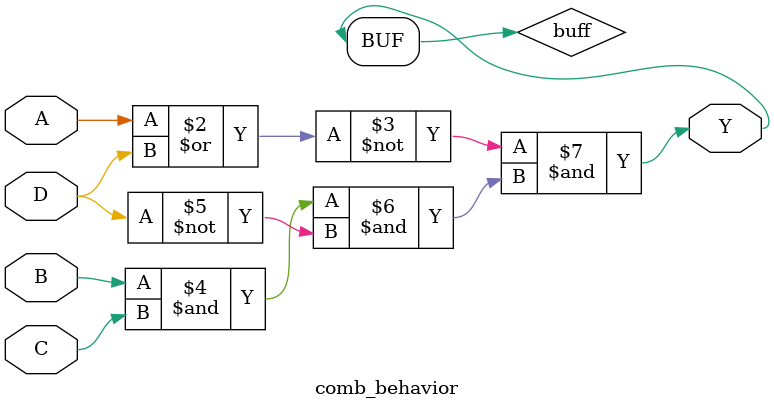
<source format=v>

 `timescale 10ns / 1ns
 
 module comb_behavior(output Y, input A, B, C, D);
   
   reg buff;
   
   always @(*)
      buff = (~(A | D)) & (B & C & ~D);
    
   assign Y = buff;
   
 endmodule 
   
</source>
